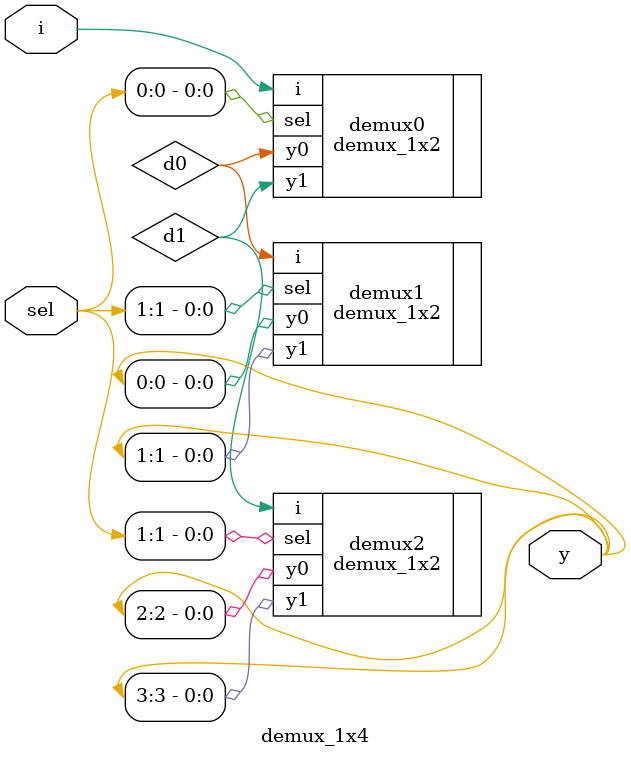
<source format=v>
`timescale 1ns / 1ps


module demux_1x4(
    input i,
    input [1:0] sel,
    output  [3:0] y
    );
    
    wire d0, d1;
    
    demux_1x2 demux0 (.i(i), .sel(sel[0]), .y0(d0), .y1(d1));
    demux_1x2 demux1 (.i(d0), .sel(sel[1]), .y0(y[0]), .y1(y[1]));
    demux_1x2 demux2 (.i(d1), .sel(sel[1]), .y0(y[2]), .y1(y[3]));
    
    
    
endmodule

</source>
